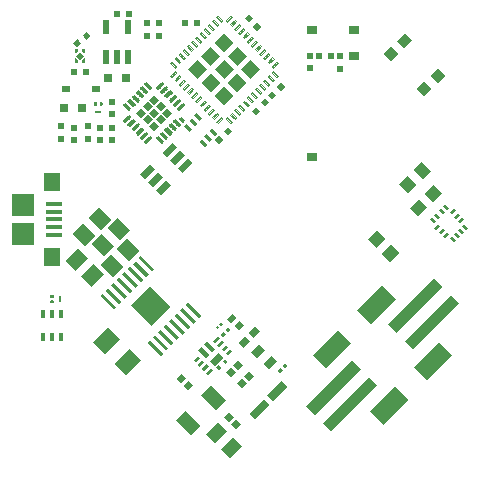
<source format=gbr>
G04 EAGLE Gerber RS-274X export*
G75*
%MOIN*%
%FSLAX34Y34*%
%LPD*%
%INSolderpaste Top*%
%IPPOS*%
%AMOC8*
5,1,8,0,0,1.08239X$1,22.5*%
G01*
%ADD10R,0.031496X0.031496*%
%ADD11R,0.019685X0.019685*%
%ADD12R,0.023622X0.023622*%
%ADD13C,0.005512*%
%ADD14R,0.019685X0.019685*%
%ADD15C,0.004000*%
%ADD16R,0.045000X0.045000*%
%ADD17R,0.011811X0.025984*%
%ADD18R,0.031496X0.023622*%
%ADD19R,0.021654X0.047244*%
%ADD20R,0.020000X0.024000*%
%ADD21R,0.023622X0.010000*%
%ADD22R,0.013780X0.027559*%
%ADD23R,0.033858X0.031496*%
%ADD24R,0.019000X0.019000*%
%ADD25R,0.010000X0.023622*%
%ADD26R,0.023622X0.023622*%
%ADD27R,0.026000X0.038000*%
%ADD28R,0.007874X0.007874*%
%ADD29R,0.022000X0.024000*%
%ADD30R,0.023622X0.031496*%
%ADD31R,0.014000X0.013000*%
%ADD32R,0.044000X0.071000*%
%ADD33R,0.028000X0.069000*%
%ADD34R,0.044000X0.057000*%
%ADD35R,0.021654X0.009843*%
%ADD36R,0.011811X0.062992*%
%ADD37R,0.090945X0.096850*%
%ADD38R,0.055118X0.070866*%
%ADD39R,0.048819X0.059055*%
%ADD40R,0.018701X0.009843*%
%ADD41R,0.042323X0.039370*%
%ADD42R,0.039370X0.043307*%
%ADD43R,0.035433X0.035433*%
%ADD44R,0.039370X0.216535*%
%ADD45R,0.062992X0.118110*%
%ADD46R,0.053150X0.015748*%
%ADD47R,0.055118X0.062992*%
%ADD48R,0.074803X0.074803*%

G36*
X7341Y-5634D02*
X7341Y-5634D01*
X7342Y-5634D01*
X7344Y-5633D01*
X7622Y-5355D01*
X7622Y-5354D01*
X7623Y-5354D01*
X7623Y-5353D01*
X7623Y-5351D01*
X7623Y-5350D01*
X7622Y-5348D01*
X7477Y-5204D01*
X7477Y-5203D01*
X7475Y-5203D01*
X7474Y-5203D01*
X7473Y-5203D01*
X7471Y-5204D01*
X7193Y-5482D01*
X7193Y-5483D01*
X7192Y-5484D01*
X7192Y-5486D01*
X7193Y-5488D01*
X7338Y-5633D01*
X7339Y-5634D01*
X7341Y-5634D01*
X7341Y-5634D01*
G37*
G36*
X7250Y-5168D02*
X7250Y-5168D01*
X7251Y-5168D01*
X7253Y-5167D01*
X7351Y-5069D01*
X7351Y-5067D01*
X7352Y-5066D01*
X7352Y-5065D01*
X7351Y-5063D01*
X7095Y-4807D01*
X7094Y-4807D01*
X7093Y-4806D01*
X7091Y-4806D01*
X7089Y-4807D01*
X6991Y-4905D01*
X6990Y-4907D01*
X6990Y-4908D01*
X6990Y-4909D01*
X6991Y-4911D01*
X7247Y-5167D01*
X7248Y-5167D01*
X7250Y-5168D01*
X7250Y-5168D01*
G37*
G36*
X7056Y-5363D02*
X7056Y-5363D01*
X7058Y-5362D01*
X7156Y-5264D01*
X7157Y-5262D01*
X7157Y-5261D01*
X7157Y-5260D01*
X7156Y-5258D01*
X6900Y-5002D01*
X6899Y-5002D01*
X6898Y-5001D01*
X6896Y-5001D01*
X6894Y-5002D01*
X6796Y-5099D01*
X6796Y-5100D01*
X6796Y-5101D01*
X6795Y-5103D01*
X6796Y-5105D01*
X7052Y-5362D01*
X7053Y-5362D01*
X7055Y-5363D01*
X7056Y-5363D01*
G37*
G36*
X3029Y4783D02*
X3029Y4783D01*
X3029Y4936D01*
X2927Y4936D01*
X2927Y4842D01*
X2986Y4783D01*
X3029Y4783D01*
X3029Y4783D01*
G37*
G36*
X2714Y4783D02*
X2714Y4783D01*
X2773Y4842D01*
X2773Y4936D01*
X2671Y4936D01*
X2671Y4783D01*
X2714Y4783D01*
X2714Y4783D01*
G37*
G36*
X2773Y4464D02*
X2773Y4464D01*
X2773Y4558D01*
X2714Y4617D01*
X2671Y4617D01*
X2671Y4464D01*
X2773Y4464D01*
X2773Y4464D01*
G37*
G36*
X3029Y4464D02*
X3029Y4464D01*
X3029Y4617D01*
X2986Y4617D01*
X2927Y4558D01*
X2927Y4464D01*
X3029Y4464D01*
X3029Y4464D01*
G37*
G36*
X7475Y-5768D02*
X7475Y-5768D01*
X7476Y-5768D01*
X7478Y-5766D01*
X7547Y-5697D01*
X7548Y-5696D01*
X7548Y-5695D01*
X7548Y-5694D01*
X7548Y-5693D01*
X7547Y-5691D01*
X7469Y-5613D01*
X7467Y-5612D01*
X7466Y-5612D01*
X7465Y-5612D01*
X7463Y-5613D01*
X7394Y-5683D01*
X7393Y-5683D01*
X7393Y-5684D01*
X7392Y-5686D01*
X7393Y-5686D01*
X7392Y-5687D01*
X7394Y-5689D01*
X7472Y-5766D01*
X7472Y-5767D01*
X7475Y-5768D01*
X7475Y-5768D01*
G37*
G36*
X7683Y-5559D02*
X7683Y-5559D01*
X7684Y-5559D01*
X7686Y-5558D01*
X7756Y-5488D01*
X7757Y-5486D01*
X7757Y-5485D01*
X7757Y-5484D01*
X7756Y-5482D01*
X7678Y-5404D01*
X7677Y-5404D01*
X7676Y-5404D01*
X7675Y-5403D01*
X7674Y-5403D01*
X7672Y-5404D01*
X7602Y-5474D01*
X7602Y-5476D01*
X7601Y-5477D01*
X7601Y-5478D01*
X7602Y-5480D01*
X7680Y-5558D01*
X7681Y-5558D01*
X7683Y-5559D01*
X7683Y-5559D01*
G37*
G36*
X3578Y3039D02*
X3578Y3039D01*
X3586Y3040D01*
X3592Y3044D01*
X3596Y3051D01*
X3597Y3051D01*
X3597Y3052D01*
X3597Y3053D01*
X3597Y3054D01*
X3597Y3055D01*
X3597Y3056D01*
X3598Y3057D01*
X3598Y3058D01*
X3598Y3137D01*
X3596Y3145D01*
X3592Y3151D01*
X3586Y3156D01*
X3578Y3157D01*
X3519Y3157D01*
X3511Y3156D01*
X3505Y3151D01*
X3501Y3145D01*
X3501Y3144D01*
X3500Y3144D01*
X3500Y3143D01*
X3500Y3142D01*
X3500Y3141D01*
X3500Y3140D01*
X3500Y3139D01*
X3499Y3138D01*
X3499Y3137D01*
X3499Y3058D01*
X3501Y3051D01*
X3505Y3044D01*
X3511Y3040D01*
X3519Y3039D01*
X3578Y3039D01*
X3578Y3039D01*
G37*
G36*
X3401Y3039D02*
X3401Y3039D01*
X3409Y3040D01*
X3415Y3044D01*
X3419Y3051D01*
X3420Y3052D01*
X3420Y3053D01*
X3420Y3054D01*
X3420Y3055D01*
X3420Y3056D01*
X3420Y3057D01*
X3421Y3057D01*
X3421Y3058D01*
X3421Y3137D01*
X3419Y3145D01*
X3415Y3151D01*
X3409Y3156D01*
X3401Y3157D01*
X3342Y3157D01*
X3334Y3156D01*
X3328Y3151D01*
X3324Y3145D01*
X3323Y3144D01*
X3323Y3143D01*
X3323Y3142D01*
X3323Y3141D01*
X3323Y3140D01*
X3322Y3140D01*
X3322Y3139D01*
X3322Y3138D01*
X3322Y3137D01*
X3322Y3058D01*
X3324Y3051D01*
X3328Y3044D01*
X3334Y3040D01*
X3342Y3039D01*
X3401Y3039D01*
X3401Y3039D01*
G37*
G36*
X1952Y-3371D02*
X1952Y-3371D01*
X1959Y-3369D01*
X1966Y-3365D01*
X1970Y-3359D01*
X1970Y-3358D01*
X1970Y-3357D01*
X1970Y-3356D01*
X1971Y-3355D01*
X1971Y-3354D01*
X1971Y-3353D01*
X1971Y-3352D01*
X1971Y-3351D01*
X1971Y-3292D01*
X1970Y-3284D01*
X1966Y-3278D01*
X1959Y-3274D01*
X1952Y-3272D01*
X1873Y-3272D01*
X1865Y-3274D01*
X1859Y-3278D01*
X1854Y-3284D01*
X1854Y-3285D01*
X1854Y-3286D01*
X1854Y-3287D01*
X1854Y-3288D01*
X1854Y-3289D01*
X1853Y-3289D01*
X1853Y-3290D01*
X1853Y-3291D01*
X1853Y-3292D01*
X1853Y-3351D01*
X1854Y-3359D01*
X1859Y-3365D01*
X1865Y-3369D01*
X1873Y-3371D01*
X1952Y-3371D01*
X1952Y-3371D01*
G37*
G36*
X1952Y-3548D02*
X1952Y-3548D01*
X1959Y-3546D01*
X1966Y-3542D01*
X1970Y-3536D01*
X1970Y-3535D01*
X1970Y-3534D01*
X1971Y-3533D01*
X1971Y-3532D01*
X1971Y-3531D01*
X1971Y-3530D01*
X1971Y-3529D01*
X1971Y-3528D01*
X1971Y-3469D01*
X1970Y-3461D01*
X1966Y-3455D01*
X1959Y-3451D01*
X1952Y-3449D01*
X1873Y-3449D01*
X1865Y-3451D01*
X1859Y-3455D01*
X1854Y-3461D01*
X1854Y-3462D01*
X1854Y-3463D01*
X1854Y-3464D01*
X1854Y-3465D01*
X1854Y-3466D01*
X1853Y-3466D01*
X1853Y-3467D01*
X1853Y-3468D01*
X1853Y-3469D01*
X1853Y-3528D01*
X1854Y-3536D01*
X1859Y-3542D01*
X1865Y-3546D01*
X1873Y-3548D01*
X1952Y-3548D01*
X1952Y-3548D01*
G37*
D10*
X2312Y2960D03*
X2912Y2960D03*
D11*
G36*
X2932Y5390D02*
X3084Y5512D01*
X3206Y5360D01*
X3054Y5238D01*
X2932Y5390D01*
G37*
G36*
X2619Y5140D02*
X2771Y5262D01*
X2893Y5110D01*
X2741Y4988D01*
X2619Y5140D01*
G37*
G36*
X7627Y1914D02*
X7489Y1776D01*
X7351Y1914D01*
X7489Y2052D01*
X7627Y1914D01*
G37*
G36*
X7909Y2196D02*
X7771Y2058D01*
X7633Y2196D01*
X7771Y2334D01*
X7909Y2196D01*
G37*
D12*
G36*
X4890Y2634D02*
X4724Y2800D01*
X4890Y2966D01*
X5056Y2800D01*
X4890Y2634D01*
G37*
G36*
X5320Y2634D02*
X5154Y2800D01*
X5320Y2966D01*
X5486Y2800D01*
X5320Y2634D01*
G37*
G36*
X5105Y2849D02*
X4939Y3015D01*
X5105Y3181D01*
X5271Y3015D01*
X5105Y2849D01*
G37*
G36*
X5320Y3064D02*
X5154Y3230D01*
X5320Y3396D01*
X5486Y3230D01*
X5320Y3064D01*
G37*
G36*
X5750Y2634D02*
X5584Y2800D01*
X5750Y2966D01*
X5916Y2800D01*
X5750Y2634D01*
G37*
G36*
X5320Y2204D02*
X5154Y2370D01*
X5320Y2536D01*
X5486Y2370D01*
X5320Y2204D01*
G37*
G36*
X5535Y2419D02*
X5369Y2585D01*
X5535Y2751D01*
X5701Y2585D01*
X5535Y2419D01*
G37*
G36*
X5535Y2849D02*
X5369Y3015D01*
X5535Y3181D01*
X5701Y3015D01*
X5535Y2849D01*
G37*
G36*
X5105Y2419D02*
X4939Y2585D01*
X5105Y2751D01*
X5271Y2585D01*
X5105Y2419D01*
G37*
D13*
X5223Y3633D02*
X5057Y3799D01*
X5223Y3633D02*
X5183Y3593D01*
X5017Y3759D01*
X5057Y3799D01*
X5131Y3645D02*
X5211Y3645D01*
X5159Y3697D02*
X5079Y3697D01*
X5107Y3749D02*
X5027Y3749D01*
X4918Y3660D02*
X5084Y3494D01*
X5044Y3454D01*
X4878Y3620D01*
X4918Y3660D01*
X4992Y3506D02*
X5072Y3506D01*
X5020Y3558D02*
X4940Y3558D01*
X4968Y3610D02*
X4888Y3610D01*
X4779Y3521D02*
X4945Y3355D01*
X4905Y3315D01*
X4739Y3481D01*
X4779Y3521D01*
X4853Y3367D02*
X4933Y3367D01*
X4881Y3419D02*
X4801Y3419D01*
X4829Y3471D02*
X4749Y3471D01*
X4639Y3381D02*
X4805Y3215D01*
X4765Y3175D01*
X4599Y3341D01*
X4639Y3381D01*
X4713Y3227D02*
X4793Y3227D01*
X4741Y3279D02*
X4661Y3279D01*
X4689Y3331D02*
X4609Y3331D01*
X4500Y3242D02*
X4666Y3076D01*
X4626Y3036D01*
X4460Y3202D01*
X4500Y3242D01*
X4574Y3088D02*
X4654Y3088D01*
X4602Y3140D02*
X4522Y3140D01*
X4550Y3192D02*
X4470Y3192D01*
X4361Y3103D02*
X4527Y2937D01*
X4487Y2897D01*
X4321Y3063D01*
X4361Y3103D01*
X4435Y2949D02*
X4515Y2949D01*
X4463Y3001D02*
X4383Y3001D01*
X4411Y3053D02*
X4331Y3053D01*
X4527Y2663D02*
X4361Y2497D01*
X4321Y2537D01*
X4487Y2703D01*
X4527Y2663D01*
X4413Y2549D02*
X4333Y2549D01*
X4385Y2601D02*
X4465Y2601D01*
X4437Y2653D02*
X4517Y2653D01*
X4666Y2524D02*
X4500Y2358D01*
X4460Y2398D01*
X4626Y2564D01*
X4666Y2524D01*
X4552Y2410D02*
X4472Y2410D01*
X4524Y2462D02*
X4604Y2462D01*
X4576Y2514D02*
X4656Y2514D01*
X4805Y2385D02*
X4639Y2219D01*
X4599Y2259D01*
X4765Y2425D01*
X4805Y2385D01*
X4691Y2271D02*
X4611Y2271D01*
X4663Y2323D02*
X4743Y2323D01*
X4715Y2375D02*
X4795Y2375D01*
X4945Y2245D02*
X4779Y2079D01*
X4739Y2119D01*
X4905Y2285D01*
X4945Y2245D01*
X4831Y2131D02*
X4751Y2131D01*
X4803Y2183D02*
X4883Y2183D01*
X4855Y2235D02*
X4935Y2235D01*
X5084Y2106D02*
X4918Y1940D01*
X4878Y1980D01*
X5044Y2146D01*
X5084Y2106D01*
X4970Y1992D02*
X4890Y1992D01*
X4942Y2044D02*
X5022Y2044D01*
X4994Y2096D02*
X5074Y2096D01*
X5223Y1967D02*
X5057Y1801D01*
X5017Y1841D01*
X5183Y2007D01*
X5223Y1967D01*
X5109Y1853D02*
X5029Y1853D01*
X5081Y1905D02*
X5161Y1905D01*
X5133Y1957D02*
X5213Y1957D01*
X5417Y1967D02*
X5583Y1801D01*
X5417Y1967D02*
X5457Y2007D01*
X5623Y1841D01*
X5583Y1801D01*
X5611Y1853D02*
X5531Y1853D01*
X5559Y1905D02*
X5479Y1905D01*
X5507Y1957D02*
X5427Y1957D01*
X5556Y2106D02*
X5722Y1940D01*
X5556Y2106D02*
X5596Y2146D01*
X5762Y1980D01*
X5722Y1940D01*
X5750Y1992D02*
X5670Y1992D01*
X5698Y2044D02*
X5618Y2044D01*
X5646Y2096D02*
X5566Y2096D01*
X5695Y2245D02*
X5861Y2079D01*
X5695Y2245D02*
X5735Y2285D01*
X5901Y2119D01*
X5861Y2079D01*
X5889Y2131D02*
X5809Y2131D01*
X5837Y2183D02*
X5757Y2183D01*
X5785Y2235D02*
X5705Y2235D01*
X5835Y2385D02*
X6001Y2219D01*
X5835Y2385D02*
X5875Y2425D01*
X6041Y2259D01*
X6001Y2219D01*
X6029Y2271D02*
X5949Y2271D01*
X5977Y2323D02*
X5897Y2323D01*
X5925Y2375D02*
X5845Y2375D01*
X5974Y2524D02*
X6140Y2358D01*
X5974Y2524D02*
X6014Y2564D01*
X6180Y2398D01*
X6140Y2358D01*
X6168Y2410D02*
X6088Y2410D01*
X6116Y2462D02*
X6036Y2462D01*
X6064Y2514D02*
X5984Y2514D01*
X6187Y2589D02*
X6275Y2501D01*
X6187Y2589D02*
X6227Y2629D01*
X6315Y2541D01*
X6275Y2501D01*
X6303Y2553D02*
X6223Y2553D01*
X6203Y2605D02*
X6251Y2605D01*
X6113Y2937D02*
X6279Y3103D01*
X6319Y3063D01*
X6153Y2897D01*
X6113Y2937D01*
X6125Y2949D02*
X6205Y2949D01*
X6177Y3001D02*
X6257Y3001D01*
X6229Y3053D02*
X6309Y3053D01*
X6140Y3242D02*
X5974Y3076D01*
X6140Y3242D02*
X6180Y3202D01*
X6014Y3036D01*
X5974Y3076D01*
X5986Y3088D02*
X6066Y3088D01*
X6038Y3140D02*
X6118Y3140D01*
X6090Y3192D02*
X6170Y3192D01*
X6001Y3381D02*
X5835Y3215D01*
X6001Y3381D02*
X6041Y3341D01*
X5875Y3175D01*
X5835Y3215D01*
X5847Y3227D02*
X5927Y3227D01*
X5899Y3279D02*
X5979Y3279D01*
X5951Y3331D02*
X6031Y3331D01*
X5861Y3521D02*
X5695Y3355D01*
X5861Y3521D02*
X5901Y3481D01*
X5735Y3315D01*
X5695Y3355D01*
X5707Y3367D02*
X5787Y3367D01*
X5759Y3419D02*
X5839Y3419D01*
X5811Y3471D02*
X5891Y3471D01*
X5722Y3660D02*
X5556Y3494D01*
X5722Y3660D02*
X5762Y3620D01*
X5596Y3454D01*
X5556Y3494D01*
X5568Y3506D02*
X5648Y3506D01*
X5620Y3558D02*
X5700Y3558D01*
X5672Y3610D02*
X5752Y3610D01*
X5583Y3799D02*
X5417Y3633D01*
X5583Y3799D02*
X5623Y3759D01*
X5457Y3593D01*
X5417Y3633D01*
X5429Y3645D02*
X5509Y3645D01*
X5481Y3697D02*
X5561Y3697D01*
X5533Y3749D02*
X5613Y3749D01*
D14*
X3900Y2300D03*
X3900Y1900D03*
X3500Y2300D03*
X3500Y1900D03*
D15*
X7711Y2608D02*
X7859Y2460D01*
X7711Y2608D02*
X7761Y2658D01*
X7909Y2510D01*
X7859Y2460D01*
X7870Y2498D02*
X7750Y2619D01*
X7850Y2747D02*
X7998Y2599D01*
X7850Y2747D02*
X7901Y2797D01*
X8049Y2649D01*
X7998Y2599D01*
X8010Y2638D02*
X7889Y2758D01*
X7990Y2886D02*
X8138Y2738D01*
X7990Y2886D02*
X8040Y2936D01*
X8188Y2788D01*
X8138Y2738D01*
X8156Y2770D02*
X8029Y2897D01*
X8129Y3025D02*
X8277Y2877D01*
X8129Y3025D02*
X8179Y3075D01*
X8327Y2927D01*
X8277Y2877D01*
X8288Y2916D02*
X8168Y3036D01*
X8268Y3164D02*
X8416Y3016D01*
X8268Y3164D02*
X8318Y3214D01*
X8466Y3066D01*
X8416Y3016D01*
X8427Y3055D02*
X8307Y3175D01*
X8407Y3303D02*
X8555Y3155D01*
X8407Y3303D02*
X8457Y3354D01*
X8605Y3206D01*
X8555Y3155D01*
X8566Y3194D02*
X8446Y3315D01*
X8546Y3443D02*
X8694Y3295D01*
X8546Y3443D02*
X8597Y3493D01*
X8745Y3345D01*
X8694Y3295D01*
X8706Y3334D02*
X8585Y3454D01*
X8686Y3582D02*
X8834Y3434D01*
X8686Y3582D02*
X8736Y3632D01*
X8884Y3484D01*
X8834Y3434D01*
X8845Y3473D02*
X8725Y3593D01*
X8825Y3721D02*
X8973Y3573D01*
X8825Y3721D02*
X8875Y3771D01*
X9023Y3623D01*
X8973Y3573D01*
X8991Y3605D02*
X8864Y3732D01*
X8964Y3860D02*
X9112Y3712D01*
X8964Y3860D02*
X9014Y3910D01*
X9162Y3762D01*
X9112Y3712D01*
X9123Y3751D02*
X9003Y3871D01*
X9103Y3999D02*
X9251Y3851D01*
X9103Y3999D02*
X9153Y4050D01*
X9301Y3902D01*
X9251Y3851D01*
X9262Y3890D02*
X9142Y4011D01*
X9242Y4139D02*
X9390Y3991D01*
X9242Y4139D02*
X9292Y4189D01*
X9440Y4041D01*
X9390Y3991D01*
X9409Y4023D02*
X9281Y4150D01*
X9292Y4311D02*
X9440Y4459D01*
X9292Y4311D02*
X9242Y4361D01*
X9390Y4509D01*
X9440Y4459D01*
X9402Y4470D02*
X9281Y4350D01*
X9153Y4450D02*
X9301Y4598D01*
X9153Y4450D02*
X9103Y4501D01*
X9251Y4649D01*
X9301Y4598D01*
X9262Y4610D02*
X9142Y4489D01*
X9014Y4590D02*
X9162Y4738D01*
X9014Y4590D02*
X8964Y4640D01*
X9112Y4788D01*
X9162Y4738D01*
X9123Y4749D02*
X9003Y4629D01*
X8875Y4729D02*
X9023Y4877D01*
X8875Y4729D02*
X8825Y4779D01*
X8973Y4927D01*
X9023Y4877D01*
X8984Y4888D02*
X8864Y4768D01*
X8736Y4868D02*
X8884Y5016D01*
X8736Y4868D02*
X8686Y4918D01*
X8834Y5066D01*
X8884Y5016D01*
X8852Y5034D02*
X8725Y4907D01*
X8597Y5007D02*
X8745Y5155D01*
X8597Y5007D02*
X8546Y5057D01*
X8694Y5205D01*
X8745Y5155D01*
X8706Y5166D02*
X8585Y5046D01*
X8457Y5146D02*
X8605Y5294D01*
X8457Y5146D02*
X8407Y5197D01*
X8555Y5345D01*
X8605Y5294D01*
X8566Y5306D02*
X8446Y5185D01*
X8318Y5286D02*
X8466Y5434D01*
X8318Y5286D02*
X8268Y5336D01*
X8416Y5484D01*
X8466Y5434D01*
X8427Y5445D02*
X8307Y5325D01*
X8179Y5425D02*
X8327Y5573D01*
X8179Y5425D02*
X8129Y5475D01*
X8277Y5623D01*
X8327Y5573D01*
X8288Y5584D02*
X8168Y5464D01*
X8040Y5564D02*
X8188Y5712D01*
X8040Y5564D02*
X7990Y5614D01*
X8138Y5762D01*
X8188Y5712D01*
X8149Y5723D02*
X8029Y5603D01*
X7901Y5703D02*
X8049Y5851D01*
X7901Y5703D02*
X7850Y5753D01*
X7998Y5901D01*
X8049Y5851D01*
X8010Y5862D02*
X7889Y5742D01*
X7761Y5842D02*
X7909Y5990D01*
X7761Y5842D02*
X7711Y5892D01*
X7859Y6040D01*
X7909Y5990D01*
X7870Y6002D02*
X7750Y5881D01*
X7589Y5892D02*
X7441Y6040D01*
X7589Y5892D02*
X7539Y5842D01*
X7391Y5990D01*
X7441Y6040D01*
X7430Y6002D02*
X7550Y5881D01*
X7450Y5753D02*
X7302Y5901D01*
X7450Y5753D02*
X7399Y5703D01*
X7251Y5851D01*
X7302Y5901D01*
X7290Y5862D02*
X7411Y5742D01*
X7310Y5614D02*
X7162Y5762D01*
X7310Y5614D02*
X7260Y5564D01*
X7112Y5712D01*
X7162Y5762D01*
X7151Y5723D02*
X7271Y5603D01*
X7171Y5475D02*
X7023Y5623D01*
X7171Y5475D02*
X7121Y5425D01*
X6973Y5573D01*
X7023Y5623D01*
X7012Y5584D02*
X7132Y5464D01*
X7032Y5336D02*
X6884Y5484D01*
X7032Y5336D02*
X6982Y5286D01*
X6834Y5434D01*
X6884Y5484D01*
X6873Y5445D02*
X6993Y5325D01*
X6893Y5197D02*
X6745Y5345D01*
X6893Y5197D02*
X6843Y5146D01*
X6695Y5294D01*
X6745Y5345D01*
X6734Y5306D02*
X6854Y5185D01*
X6754Y5057D02*
X6606Y5205D01*
X6754Y5057D02*
X6703Y5007D01*
X6555Y5155D01*
X6606Y5205D01*
X6594Y5166D02*
X6715Y5046D01*
X6614Y4918D02*
X6466Y5066D01*
X6614Y4918D02*
X6564Y4868D01*
X6416Y5016D01*
X6466Y5066D01*
X6455Y5027D02*
X6575Y4907D01*
X6475Y4779D02*
X6327Y4927D01*
X6475Y4779D02*
X6425Y4729D01*
X6277Y4877D01*
X6327Y4927D01*
X6316Y4888D02*
X6436Y4768D01*
X6336Y4640D02*
X6188Y4788D01*
X6336Y4640D02*
X6286Y4590D01*
X6138Y4738D01*
X6188Y4788D01*
X6170Y4756D02*
X6297Y4629D01*
X6197Y4501D02*
X6049Y4649D01*
X6197Y4501D02*
X6147Y4450D01*
X5999Y4598D01*
X6049Y4649D01*
X6038Y4610D02*
X6158Y4489D01*
X6058Y4361D02*
X5910Y4509D01*
X6058Y4361D02*
X6008Y4311D01*
X5860Y4459D01*
X5910Y4509D01*
X5898Y4470D02*
X6019Y4350D01*
X6008Y4189D02*
X5860Y4041D01*
X6008Y4189D02*
X6058Y4139D01*
X5910Y3991D01*
X5860Y4041D01*
X5898Y4030D02*
X6019Y4150D01*
X6147Y4050D02*
X5999Y3902D01*
X6147Y4050D02*
X6197Y3999D01*
X6049Y3851D01*
X5999Y3902D01*
X6045Y3898D02*
X6158Y4011D01*
X6286Y3910D02*
X6138Y3762D01*
X6286Y3910D02*
X6336Y3860D01*
X6188Y3712D01*
X6138Y3762D01*
X6177Y3751D02*
X6297Y3871D01*
X6425Y3771D02*
X6277Y3623D01*
X6425Y3771D02*
X6475Y3721D01*
X6327Y3573D01*
X6277Y3623D01*
X6316Y3612D02*
X6436Y3732D01*
X6564Y3632D02*
X6416Y3484D01*
X6564Y3632D02*
X6614Y3582D01*
X6466Y3434D01*
X6416Y3484D01*
X6455Y3473D02*
X6575Y3593D01*
X6703Y3493D02*
X6555Y3345D01*
X6703Y3493D02*
X6754Y3443D01*
X6606Y3295D01*
X6555Y3345D01*
X6594Y3334D02*
X6715Y3454D01*
X6843Y3354D02*
X6695Y3206D01*
X6843Y3354D02*
X6893Y3303D01*
X6745Y3155D01*
X6695Y3206D01*
X6727Y3187D02*
X6854Y3315D01*
X6982Y3214D02*
X6834Y3066D01*
X6982Y3214D02*
X7032Y3164D01*
X6884Y3016D01*
X6834Y3066D01*
X6866Y3048D02*
X6993Y3175D01*
X7121Y3075D02*
X6973Y2927D01*
X7121Y3075D02*
X7171Y3025D01*
X7023Y2877D01*
X6973Y2927D01*
X7012Y2916D02*
X7132Y3036D01*
X7260Y2936D02*
X7112Y2788D01*
X7260Y2936D02*
X7310Y2886D01*
X7162Y2738D01*
X7112Y2788D01*
X7144Y2770D02*
X7271Y2897D01*
X7399Y2797D02*
X7251Y2649D01*
X7399Y2797D02*
X7450Y2747D01*
X7302Y2599D01*
X7251Y2649D01*
X7290Y2638D02*
X7411Y2758D01*
X7539Y2658D02*
X7390Y2509D01*
X7539Y2658D02*
X7589Y2608D01*
X7440Y2459D01*
X7415Y2484D01*
X7390Y2509D01*
X7415Y2484D02*
X7550Y2619D01*
D16*
G36*
X7650Y3684D02*
X7968Y3366D01*
X7650Y3048D01*
X7332Y3366D01*
X7650Y3684D01*
G37*
G36*
X6766Y4568D02*
X7084Y4250D01*
X6766Y3932D01*
X6448Y4250D01*
X6766Y4568D01*
G37*
G36*
X7208Y4126D02*
X7526Y3808D01*
X7208Y3490D01*
X6890Y3808D01*
X7208Y4126D01*
G37*
G36*
X7650Y5452D02*
X7968Y5134D01*
X7650Y4816D01*
X7332Y5134D01*
X7650Y5452D01*
G37*
G36*
X8534Y4568D02*
X8852Y4250D01*
X8534Y3932D01*
X8216Y4250D01*
X8534Y4568D01*
G37*
G36*
X8092Y5010D02*
X8410Y4692D01*
X8092Y4374D01*
X7774Y4692D01*
X8092Y5010D01*
G37*
G36*
X8092Y4126D02*
X8410Y3808D01*
X8092Y3490D01*
X7774Y3808D01*
X8092Y4126D01*
G37*
G36*
X7650Y4568D02*
X7968Y4250D01*
X7650Y3932D01*
X7332Y4250D01*
X7650Y4568D01*
G37*
G36*
X7208Y5010D02*
X7526Y4692D01*
X7208Y4374D01*
X6890Y4692D01*
X7208Y5010D01*
G37*
D11*
G36*
X8862Y2869D02*
X8724Y2731D01*
X8586Y2869D01*
X8724Y3007D01*
X8862Y2869D01*
G37*
G36*
X9144Y3151D02*
X9006Y3013D01*
X8868Y3151D01*
X9006Y3289D01*
X9144Y3151D01*
G37*
D17*
G36*
X6930Y2617D02*
X6847Y2534D01*
X6664Y2717D01*
X6747Y2800D01*
X6930Y2617D01*
G37*
G36*
X6749Y2436D02*
X6666Y2353D01*
X6483Y2536D01*
X6566Y2619D01*
X6749Y2436D01*
G37*
G36*
X6568Y2255D02*
X6485Y2172D01*
X6302Y2355D01*
X6385Y2438D01*
X6568Y2255D01*
G37*
G36*
X6815Y1843D02*
X6898Y1926D01*
X7081Y1743D01*
X6998Y1660D01*
X6815Y1843D01*
G37*
G36*
X6996Y2024D02*
X7079Y2107D01*
X7262Y1924D01*
X7179Y1841D01*
X6996Y2024D01*
G37*
G36*
X7177Y2205D02*
X7260Y2288D01*
X7443Y2105D01*
X7360Y2022D01*
X7177Y2205D01*
G37*
D11*
G36*
X9393Y3681D02*
X9531Y3819D01*
X9669Y3681D01*
X9531Y3543D01*
X9393Y3681D01*
G37*
G36*
X9111Y3399D02*
X9249Y3537D01*
X9387Y3399D01*
X9249Y3261D01*
X9111Y3399D01*
G37*
D18*
X3377Y3590D03*
X2393Y3590D03*
D19*
X3706Y4653D03*
X4080Y4653D03*
X4454Y4653D03*
X4454Y5677D03*
X3706Y5677D03*
D14*
X2650Y2300D03*
X2650Y1900D03*
D10*
X4395Y3960D03*
X3795Y3960D03*
D14*
X4075Y6100D03*
X4475Y6100D03*
X10825Y4705D03*
X11225Y4705D03*
D20*
X2200Y1930D03*
X2200Y2370D03*
X3100Y1930D03*
X3100Y2370D03*
D14*
X5085Y5370D03*
X5485Y5370D03*
X5485Y5800D03*
X5085Y5800D03*
D21*
X3460Y2826D03*
D14*
X3900Y2760D03*
X3900Y3160D03*
X3050Y4150D03*
X2650Y4150D03*
D22*
X1625Y-3916D03*
X1920Y-3916D03*
X2215Y-3916D03*
X2215Y-4664D03*
X1920Y-4664D03*
X1625Y-4664D03*
D23*
X10577Y1337D03*
X10577Y5550D03*
X11982Y5550D03*
X11982Y4684D03*
D24*
G36*
X2716Y4700D02*
X2850Y4834D01*
X2984Y4700D01*
X2850Y4566D01*
X2716Y4700D01*
G37*
D11*
G36*
X8469Y5823D02*
X8331Y5961D01*
X8469Y6099D01*
X8607Y5961D01*
X8469Y5823D01*
G37*
G36*
X8751Y5541D02*
X8613Y5679D01*
X8751Y5817D01*
X8889Y5679D01*
X8751Y5541D01*
G37*
D25*
X2184Y-3410D03*
D14*
X6750Y5800D03*
X6350Y5800D03*
D26*
X11510Y4258D03*
X11510Y4692D03*
D14*
X10525Y4700D03*
X10525Y4300D03*
D27*
G36*
X9215Y-5292D02*
X9399Y-5476D01*
X9131Y-5744D01*
X8947Y-5560D01*
X9215Y-5292D01*
G37*
G36*
X8826Y-4903D02*
X9010Y-5087D01*
X8742Y-5355D01*
X8558Y-5171D01*
X8826Y-4903D01*
G37*
D28*
G36*
X7438Y-4296D02*
X7493Y-4351D01*
X7438Y-4406D01*
X7383Y-4351D01*
X7438Y-4296D01*
G37*
G36*
X7550Y-4185D02*
X7605Y-4240D01*
X7550Y-4295D01*
X7495Y-4240D01*
X7550Y-4185D01*
G37*
D29*
G36*
X8048Y-7412D02*
X8203Y-7567D01*
X8034Y-7736D01*
X7879Y-7581D01*
X8048Y-7412D01*
G37*
G36*
X7815Y-7179D02*
X7970Y-7334D01*
X7801Y-7503D01*
X7646Y-7348D01*
X7815Y-7179D01*
G37*
D30*
G36*
X8353Y-4642D02*
X8520Y-4809D01*
X8299Y-5030D01*
X8132Y-4863D01*
X8353Y-4642D01*
G37*
G36*
X8687Y-4308D02*
X8854Y-4475D01*
X8633Y-4696D01*
X8466Y-4529D01*
X8687Y-4308D01*
G37*
D31*
G36*
X9603Y-5782D02*
X9505Y-5880D01*
X9413Y-5788D01*
X9511Y-5690D01*
X9603Y-5782D01*
G37*
G36*
X9766Y-5619D02*
X9668Y-5717D01*
X9576Y-5625D01*
X9674Y-5527D01*
X9766Y-5619D01*
G37*
D32*
G36*
X6887Y-6596D02*
X7198Y-6285D01*
X7699Y-6786D01*
X7388Y-7097D01*
X6887Y-6596D01*
G37*
G36*
X6053Y-7430D02*
X6364Y-7119D01*
X6865Y-7620D01*
X6554Y-7931D01*
X6053Y-7430D01*
G37*
D33*
G36*
X8980Y-6733D02*
X9178Y-6931D01*
X8692Y-7417D01*
X8494Y-7219D01*
X8980Y-6733D01*
G37*
G36*
X9581Y-6132D02*
X9779Y-6330D01*
X9293Y-6816D01*
X9095Y-6618D01*
X9581Y-6132D01*
G37*
D29*
G36*
X8052Y-5834D02*
X7897Y-5989D01*
X7728Y-5820D01*
X7883Y-5665D01*
X8052Y-5834D01*
G37*
G36*
X8285Y-5601D02*
X8130Y-5756D01*
X7961Y-5587D01*
X8116Y-5432D01*
X8285Y-5601D01*
G37*
G36*
X6449Y-6126D02*
X6604Y-6281D01*
X6435Y-6450D01*
X6280Y-6295D01*
X6449Y-6126D01*
G37*
G36*
X6216Y-5892D02*
X6371Y-6047D01*
X6202Y-6216D01*
X6047Y-6061D01*
X6216Y-5892D01*
G37*
D34*
G36*
X7935Y-7990D02*
X8247Y-8302D01*
X7845Y-8704D01*
X7533Y-8392D01*
X7935Y-7990D01*
G37*
G36*
X7433Y-7488D02*
X7745Y-7800D01*
X7343Y-8202D01*
X7031Y-7890D01*
X7433Y-7488D01*
G37*
D31*
G36*
X7715Y-4581D02*
X7617Y-4679D01*
X7525Y-4587D01*
X7623Y-4489D01*
X7715Y-4581D01*
G37*
G36*
X7877Y-4419D02*
X7779Y-4517D01*
X7687Y-4425D01*
X7785Y-4327D01*
X7877Y-4419D01*
G37*
D35*
G36*
X7704Y-5213D02*
X7856Y-5061D01*
X7926Y-5131D01*
X7774Y-5283D01*
X7704Y-5213D01*
G37*
G36*
X7565Y-5074D02*
X7717Y-4922D01*
X7787Y-4992D01*
X7635Y-5144D01*
X7565Y-5074D01*
G37*
G36*
X7426Y-4935D02*
X7578Y-4783D01*
X7648Y-4853D01*
X7496Y-5005D01*
X7426Y-4935D01*
G37*
G36*
X7287Y-4795D02*
X7439Y-4643D01*
X7509Y-4713D01*
X7357Y-4865D01*
X7287Y-4795D01*
G37*
G36*
X6633Y-5450D02*
X6785Y-5298D01*
X6855Y-5368D01*
X6703Y-5520D01*
X6633Y-5450D01*
G37*
G36*
X6772Y-5589D02*
X6924Y-5437D01*
X6994Y-5507D01*
X6842Y-5659D01*
X6772Y-5589D01*
G37*
G36*
X6911Y-5728D02*
X7063Y-5576D01*
X7133Y-5646D01*
X6981Y-5798D01*
X6911Y-5728D01*
G37*
G36*
X7050Y-5867D02*
X7202Y-5715D01*
X7272Y-5785D01*
X7120Y-5937D01*
X7050Y-5867D01*
G37*
D29*
G36*
X8419Y-6204D02*
X8264Y-6359D01*
X8095Y-6190D01*
X8250Y-6035D01*
X8419Y-6204D01*
G37*
G36*
X8652Y-5971D02*
X8497Y-6126D01*
X8328Y-5957D01*
X8483Y-5802D01*
X8652Y-5971D01*
G37*
G36*
X8145Y-4123D02*
X8300Y-4278D01*
X8131Y-4447D01*
X7976Y-4292D01*
X8145Y-4123D01*
G37*
G36*
X7911Y-3890D02*
X8066Y-4045D01*
X7897Y-4214D01*
X7742Y-4059D01*
X7911Y-3890D01*
G37*
D36*
G36*
X5616Y-5226D02*
X5533Y-5309D01*
X5088Y-4864D01*
X5171Y-4781D01*
X5616Y-5226D01*
G37*
G36*
X5797Y-5045D02*
X5714Y-5128D01*
X5269Y-4683D01*
X5352Y-4600D01*
X5797Y-5045D01*
G37*
G36*
X5978Y-4864D02*
X5895Y-4947D01*
X5450Y-4502D01*
X5533Y-4419D01*
X5978Y-4864D01*
G37*
G36*
X6159Y-4684D02*
X6076Y-4767D01*
X5631Y-4322D01*
X5714Y-4239D01*
X6159Y-4684D01*
G37*
G36*
X6340Y-4503D02*
X6257Y-4586D01*
X5812Y-4141D01*
X5895Y-4058D01*
X6340Y-4503D01*
G37*
G36*
X6521Y-4322D02*
X6438Y-4405D01*
X5993Y-3960D01*
X6076Y-3877D01*
X6521Y-4322D01*
G37*
G36*
X6702Y-4141D02*
X6619Y-4224D01*
X6174Y-3779D01*
X6257Y-3696D01*
X6702Y-4141D01*
G37*
G36*
X6883Y-3960D02*
X6800Y-4043D01*
X6355Y-3598D01*
X6438Y-3515D01*
X6883Y-3960D01*
G37*
G36*
X5324Y-2401D02*
X5241Y-2484D01*
X4796Y-2039D01*
X4879Y-1956D01*
X5324Y-2401D01*
G37*
G36*
X5143Y-2582D02*
X5060Y-2665D01*
X4615Y-2220D01*
X4698Y-2137D01*
X5143Y-2582D01*
G37*
G36*
X4962Y-2763D02*
X4879Y-2846D01*
X4434Y-2401D01*
X4517Y-2318D01*
X4962Y-2763D01*
G37*
G36*
X4781Y-2944D02*
X4698Y-3027D01*
X4253Y-2582D01*
X4336Y-2499D01*
X4781Y-2944D01*
G37*
G36*
X4600Y-3125D02*
X4517Y-3208D01*
X4072Y-2763D01*
X4155Y-2680D01*
X4600Y-3125D01*
G37*
G36*
X4419Y-3306D02*
X4336Y-3389D01*
X3891Y-2944D01*
X3974Y-2861D01*
X4419Y-3306D01*
G37*
G36*
X4238Y-3486D02*
X4155Y-3569D01*
X3710Y-3124D01*
X3793Y-3041D01*
X4238Y-3486D01*
G37*
G36*
X4057Y-3667D02*
X3974Y-3750D01*
X3529Y-3305D01*
X3612Y-3222D01*
X4057Y-3667D01*
G37*
D37*
G36*
X5869Y-3654D02*
X5227Y-4296D01*
X4543Y-3612D01*
X5185Y-2970D01*
X5869Y-3654D01*
G37*
D38*
G36*
X4380Y-5946D02*
X3991Y-5557D01*
X4490Y-5058D01*
X4879Y-5447D01*
X4380Y-5946D01*
G37*
G36*
X3673Y-5239D02*
X3284Y-4850D01*
X3783Y-4351D01*
X4172Y-4740D01*
X3673Y-5239D01*
G37*
D39*
G36*
X3304Y-2232D02*
X3649Y-2577D01*
X3232Y-2994D01*
X2887Y-2649D01*
X3304Y-2232D01*
G37*
G36*
X2775Y-1703D02*
X3120Y-2048D01*
X2703Y-2465D01*
X2358Y-2120D01*
X2775Y-1703D01*
G37*
G36*
X4304Y-2330D02*
X3959Y-2675D01*
X3542Y-2258D01*
X3887Y-1913D01*
X4304Y-2330D01*
G37*
G36*
X4833Y-1802D02*
X4488Y-2147D01*
X4071Y-1730D01*
X4416Y-1385D01*
X4833Y-1802D01*
G37*
G36*
X3986Y-1636D02*
X3641Y-1981D01*
X3224Y-1564D01*
X3569Y-1219D01*
X3986Y-1636D01*
G37*
G36*
X4515Y-1107D02*
X4170Y-1452D01*
X3753Y-1035D01*
X4098Y-690D01*
X4515Y-1107D01*
G37*
G36*
X3122Y-694D02*
X3467Y-349D01*
X3884Y-766D01*
X3539Y-1111D01*
X3122Y-694D01*
G37*
G36*
X2593Y-1223D02*
X2938Y-878D01*
X3355Y-1295D01*
X3010Y-1640D01*
X2593Y-1223D01*
G37*
D19*
G36*
X6443Y1284D02*
X6596Y1131D01*
X6263Y798D01*
X6110Y951D01*
X6443Y1284D01*
G37*
G36*
X6178Y1548D02*
X6331Y1395D01*
X5998Y1062D01*
X5845Y1215D01*
X6178Y1548D01*
G37*
G36*
X5914Y1813D02*
X6067Y1660D01*
X5734Y1327D01*
X5581Y1480D01*
X5914Y1813D01*
G37*
G36*
X5190Y1089D02*
X5343Y936D01*
X5010Y603D01*
X4857Y756D01*
X5190Y1089D01*
G37*
G36*
X5454Y825D02*
X5607Y672D01*
X5274Y339D01*
X5121Y492D01*
X5454Y825D01*
G37*
G36*
X5719Y560D02*
X5872Y407D01*
X5539Y74D01*
X5386Y227D01*
X5719Y560D01*
G37*
D40*
G36*
X15238Y-1311D02*
X15369Y-1442D01*
X15300Y-1511D01*
X15169Y-1380D01*
X15238Y-1311D01*
G37*
G36*
X15377Y-1172D02*
X15508Y-1303D01*
X15439Y-1372D01*
X15308Y-1241D01*
X15377Y-1172D01*
G37*
G36*
X15516Y-1033D02*
X15647Y-1164D01*
X15578Y-1233D01*
X15447Y-1102D01*
X15516Y-1033D01*
G37*
G36*
X15655Y-894D02*
X15786Y-1025D01*
X15717Y-1094D01*
X15586Y-963D01*
X15655Y-894D01*
G37*
G36*
X15447Y-795D02*
X15578Y-664D01*
X15647Y-733D01*
X15516Y-864D01*
X15447Y-795D01*
G37*
G36*
X15308Y-656D02*
X15439Y-525D01*
X15508Y-594D01*
X15377Y-725D01*
X15308Y-656D01*
G37*
G36*
X15169Y-516D02*
X15300Y-385D01*
X15369Y-454D01*
X15238Y-585D01*
X15169Y-516D01*
G37*
G36*
X15070Y-446D02*
X14939Y-315D01*
X15008Y-246D01*
X15139Y-377D01*
X15070Y-446D01*
G37*
G36*
X14931Y-585D02*
X14800Y-454D01*
X14869Y-385D01*
X15000Y-516D01*
X14931Y-585D01*
G37*
G36*
X14792Y-725D02*
X14661Y-594D01*
X14730Y-525D01*
X14861Y-656D01*
X14792Y-725D01*
G37*
G36*
X14652Y-864D02*
X14521Y-733D01*
X14590Y-664D01*
X14721Y-795D01*
X14652Y-864D01*
G37*
G36*
X14861Y-963D02*
X14730Y-1094D01*
X14661Y-1025D01*
X14792Y-894D01*
X14861Y-963D01*
G37*
G36*
X15000Y-1102D02*
X14869Y-1233D01*
X14800Y-1164D01*
X14931Y-1033D01*
X15000Y-1102D01*
G37*
G36*
X15139Y-1241D02*
X15008Y-1372D01*
X14939Y-1303D01*
X15070Y-1172D01*
X15139Y-1241D01*
G37*
D41*
G36*
X14426Y-353D02*
X14129Y-650D01*
X13850Y-371D01*
X14147Y-74D01*
X14426Y-353D01*
G37*
G36*
X14900Y121D02*
X14603Y-176D01*
X14324Y103D01*
X14621Y400D01*
X14900Y121D01*
G37*
D42*
G36*
X14071Y396D02*
X13792Y117D01*
X13487Y422D01*
X13766Y701D01*
X14071Y396D01*
G37*
G36*
X14544Y869D02*
X14265Y590D01*
X13960Y895D01*
X14239Y1174D01*
X14544Y869D01*
G37*
G36*
X12720Y-1693D02*
X12441Y-1414D01*
X12746Y-1109D01*
X13025Y-1388D01*
X12720Y-1693D01*
G37*
G36*
X13194Y-2166D02*
X12915Y-1887D01*
X13220Y-1582D01*
X13499Y-1861D01*
X13194Y-2166D01*
G37*
D43*
G36*
X13217Y5022D02*
X13461Y4766D01*
X13205Y4522D01*
X12961Y4778D01*
X13217Y5022D01*
G37*
G36*
X13673Y5456D02*
X13917Y5200D01*
X13661Y4956D01*
X13417Y5212D01*
X13673Y5456D01*
G37*
G36*
X14786Y4288D02*
X15030Y4032D01*
X14774Y3788D01*
X14530Y4044D01*
X14786Y4288D01*
G37*
G36*
X14330Y3853D02*
X14574Y3597D01*
X14318Y3353D01*
X14074Y3609D01*
X14330Y3853D01*
G37*
D44*
G36*
X13954Y-5083D02*
X13675Y-4804D01*
X15204Y-3275D01*
X15483Y-3554D01*
X13954Y-5083D01*
G37*
G36*
X13398Y-4526D02*
X13119Y-4247D01*
X14648Y-2718D01*
X14927Y-2997D01*
X13398Y-4526D01*
G37*
D45*
G36*
X14427Y-6112D02*
X13982Y-5667D01*
X14815Y-4834D01*
X15260Y-5279D01*
X14427Y-6112D01*
G37*
G36*
X12534Y-4219D02*
X12089Y-3774D01*
X12922Y-2941D01*
X13367Y-3386D01*
X12534Y-4219D01*
G37*
D44*
G36*
X11919Y-5452D02*
X12198Y-5731D01*
X10669Y-7260D01*
X10390Y-6981D01*
X11919Y-5452D01*
G37*
G36*
X12475Y-6009D02*
X12754Y-6288D01*
X11225Y-7817D01*
X10946Y-7538D01*
X12475Y-6009D01*
G37*
D45*
G36*
X11446Y-4423D02*
X11891Y-4868D01*
X11058Y-5701D01*
X10613Y-5256D01*
X11446Y-4423D01*
G37*
G36*
X13339Y-6316D02*
X13784Y-6761D01*
X12951Y-7594D01*
X12506Y-7149D01*
X13339Y-6316D01*
G37*
D46*
X1991Y-238D03*
X1991Y-494D03*
X1991Y-750D03*
X1991Y-1006D03*
X1991Y-1262D03*
D47*
X1902Y510D03*
X1902Y-2010D03*
D48*
X938Y-278D03*
X938Y-1222D03*
M02*

</source>
